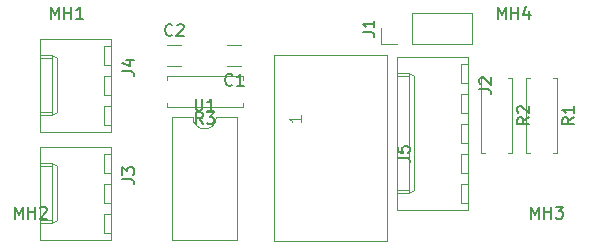
<source format=gbr>
G04 #@! TF.GenerationSoftware,KiCad,Pcbnew,(5.0.0)*
G04 #@! TF.CreationDate,2018-09-26T11:49:41+02:00*
G04 #@! TF.ProjectId,TinyADC,54696E794144432E6B696361645F7063,rev?*
G04 #@! TF.SameCoordinates,Original*
G04 #@! TF.FileFunction,Legend,Top*
G04 #@! TF.FilePolarity,Positive*
%FSLAX46Y46*%
G04 Gerber Fmt 4.6, Leading zero omitted, Abs format (unit mm)*
G04 Created by KiCad (PCBNEW (5.0.0)) date 09/26/18 11:49:41*
%MOMM*%
%LPD*%
G01*
G04 APERTURE LIST*
%ADD10C,0.120000*%
%ADD11C,0.150000*%
G04 APERTURE END LIST*
D10*
G04 #@! TO.C,J5*
X149326000Y-103382000D02*
X149326000Y-119122000D01*
X149326000Y-119122000D02*
X139726000Y-119122000D01*
X139726000Y-119122000D02*
X139726000Y-103382000D01*
X139726000Y-103382000D02*
X149326000Y-103382000D01*
G04 #@! TO.C,C1*
X136965000Y-104239000D02*
X135791000Y-104239000D01*
X136965000Y-102517000D02*
X135791000Y-102517000D01*
G04 #@! TO.C,C2*
X130711000Y-104239000D02*
X131885000Y-104239000D01*
X130711000Y-102517000D02*
X131885000Y-102517000D01*
G04 #@! TO.C,J2*
X156182000Y-103532000D02*
X150182000Y-103532000D01*
X150182000Y-103532000D02*
X150182000Y-116432000D01*
X150182000Y-116432000D02*
X156182000Y-116432000D01*
X156182000Y-116432000D02*
X156182000Y-103532000D01*
X150182000Y-104902000D02*
X151182000Y-104902000D01*
X151182000Y-104902000D02*
X151182000Y-115062000D01*
X151182000Y-115062000D02*
X150182000Y-115062000D01*
X151182000Y-104902000D02*
X151612000Y-105152000D01*
X151612000Y-105152000D02*
X151612000Y-114812000D01*
X151612000Y-114812000D02*
X151182000Y-115062000D01*
X150182000Y-105152000D02*
X151182000Y-105152000D01*
X150182000Y-114812000D02*
X151182000Y-114812000D01*
X156182000Y-104102000D02*
X155562000Y-104102000D01*
X155562000Y-104102000D02*
X155562000Y-105702000D01*
X155562000Y-105702000D02*
X156182000Y-105702000D01*
X156182000Y-106642000D02*
X155562000Y-106642000D01*
X155562000Y-106642000D02*
X155562000Y-108242000D01*
X155562000Y-108242000D02*
X156182000Y-108242000D01*
X156182000Y-109182000D02*
X155562000Y-109182000D01*
X155562000Y-109182000D02*
X155562000Y-110782000D01*
X155562000Y-110782000D02*
X156182000Y-110782000D01*
X156182000Y-111722000D02*
X155562000Y-111722000D01*
X155562000Y-111722000D02*
X155562000Y-113322000D01*
X155562000Y-113322000D02*
X156182000Y-113322000D01*
X156182000Y-114262000D02*
X155562000Y-114262000D01*
X155562000Y-114262000D02*
X155562000Y-115862000D01*
X155562000Y-115862000D02*
X156182000Y-115862000D01*
G04 #@! TO.C,J3*
X125956000Y-111152000D02*
X119956000Y-111152000D01*
X119956000Y-111152000D02*
X119956000Y-118972000D01*
X119956000Y-118972000D02*
X125956000Y-118972000D01*
X125956000Y-118972000D02*
X125956000Y-111152000D01*
X119956000Y-112522000D02*
X120956000Y-112522000D01*
X120956000Y-112522000D02*
X120956000Y-117602000D01*
X120956000Y-117602000D02*
X119956000Y-117602000D01*
X120956000Y-112522000D02*
X121386000Y-112772000D01*
X121386000Y-112772000D02*
X121386000Y-117352000D01*
X121386000Y-117352000D02*
X120956000Y-117602000D01*
X119956000Y-112772000D02*
X120956000Y-112772000D01*
X119956000Y-117352000D02*
X120956000Y-117352000D01*
X125956000Y-111722000D02*
X125336000Y-111722000D01*
X125336000Y-111722000D02*
X125336000Y-113322000D01*
X125336000Y-113322000D02*
X125956000Y-113322000D01*
X125956000Y-114262000D02*
X125336000Y-114262000D01*
X125336000Y-114262000D02*
X125336000Y-115862000D01*
X125336000Y-115862000D02*
X125956000Y-115862000D01*
X125956000Y-116802000D02*
X125336000Y-116802000D01*
X125336000Y-116802000D02*
X125336000Y-118402000D01*
X125336000Y-118402000D02*
X125956000Y-118402000D01*
G04 #@! TO.C,J4*
X125336000Y-109258000D02*
X125956000Y-109258000D01*
X125336000Y-107658000D02*
X125336000Y-109258000D01*
X125956000Y-107658000D02*
X125336000Y-107658000D01*
X125336000Y-106718000D02*
X125956000Y-106718000D01*
X125336000Y-105118000D02*
X125336000Y-106718000D01*
X125956000Y-105118000D02*
X125336000Y-105118000D01*
X125336000Y-104178000D02*
X125956000Y-104178000D01*
X125336000Y-102578000D02*
X125336000Y-104178000D01*
X125956000Y-102578000D02*
X125336000Y-102578000D01*
X119956000Y-108208000D02*
X120956000Y-108208000D01*
X119956000Y-103628000D02*
X120956000Y-103628000D01*
X121386000Y-108208000D02*
X120956000Y-108458000D01*
X121386000Y-103628000D02*
X121386000Y-108208000D01*
X120956000Y-103378000D02*
X121386000Y-103628000D01*
X120956000Y-108458000D02*
X119956000Y-108458000D01*
X120956000Y-103378000D02*
X120956000Y-108458000D01*
X119956000Y-103378000D02*
X120956000Y-103378000D01*
X125956000Y-109828000D02*
X125956000Y-102008000D01*
X119956000Y-109828000D02*
X125956000Y-109828000D01*
X119956000Y-102008000D02*
X119956000Y-109828000D01*
X125956000Y-102008000D02*
X119956000Y-102008000D01*
G04 #@! TO.C,R1*
X161056672Y-111668000D02*
X161386672Y-111668000D01*
X161056672Y-105248000D02*
X161056672Y-111668000D01*
X161386672Y-105248000D02*
X161056672Y-105248000D01*
X163676672Y-111668000D02*
X163346672Y-111668000D01*
X163676672Y-105248000D02*
X163676672Y-111668000D01*
X163346672Y-105248000D02*
X163676672Y-105248000D01*
G04 #@! TO.C,R2*
X159536672Y-105248000D02*
X159866672Y-105248000D01*
X159866672Y-105248000D02*
X159866672Y-111668000D01*
X159866672Y-111668000D02*
X159536672Y-111668000D01*
X157576672Y-105248000D02*
X157246672Y-105248000D01*
X157246672Y-105248000D02*
X157246672Y-111668000D01*
X157246672Y-111668000D02*
X157576672Y-111668000D01*
G04 #@! TO.C,R3*
X137068000Y-107406000D02*
X137068000Y-107736000D01*
X137068000Y-107736000D02*
X130648000Y-107736000D01*
X130648000Y-107736000D02*
X130648000Y-107406000D01*
X137068000Y-105446000D02*
X137068000Y-105116000D01*
X137068000Y-105116000D02*
X130648000Y-105116000D01*
X130648000Y-105116000D02*
X130648000Y-105446000D01*
G04 #@! TO.C,U1*
X132858000Y-108592000D02*
X131088000Y-108592000D01*
X131088000Y-108592000D02*
X131088000Y-118992000D01*
X131088000Y-118992000D02*
X136628000Y-118992000D01*
X136628000Y-118992000D02*
X136628000Y-108592000D01*
X136628000Y-108592000D02*
X134858000Y-108592000D01*
X134858000Y-108592000D02*
G75*
G02X132858000Y-108592000I-1000000J0D01*
G01*
G04 #@! TO.C,J1*
X156524000Y-102422000D02*
X156524000Y-99762000D01*
X151384000Y-102422000D02*
X156524000Y-102422000D01*
X151384000Y-99762000D02*
X156524000Y-99762000D01*
X151384000Y-102422000D02*
X151384000Y-99762000D01*
X150114000Y-102422000D02*
X148784000Y-102422000D01*
X148784000Y-102422000D02*
X148784000Y-101092000D01*
G04 #@! TO.C,J5*
D11*
X150208380Y-112045333D02*
X150922666Y-112045333D01*
X151065523Y-112092952D01*
X151160761Y-112188190D01*
X151208380Y-112331047D01*
X151208380Y-112426285D01*
X150208380Y-111092952D02*
X150208380Y-111569142D01*
X150684571Y-111616761D01*
X150636952Y-111569142D01*
X150589333Y-111473904D01*
X150589333Y-111235809D01*
X150636952Y-111140571D01*
X150684571Y-111092952D01*
X150779809Y-111045333D01*
X151017904Y-111045333D01*
X151113142Y-111092952D01*
X151160761Y-111140571D01*
X151208380Y-111235809D01*
X151208380Y-111473904D01*
X151160761Y-111569142D01*
X151113142Y-111616761D01*
D10*
X141988380Y-108446285D02*
X141988380Y-109017714D01*
X141988380Y-108732000D02*
X140988380Y-108732000D01*
X141131238Y-108827238D01*
X141226476Y-108922476D01*
X141274095Y-109017714D01*
G04 #@! TO.C,C1*
D11*
X136211333Y-105845142D02*
X136163714Y-105892761D01*
X136020857Y-105940380D01*
X135925619Y-105940380D01*
X135782761Y-105892761D01*
X135687523Y-105797523D01*
X135639904Y-105702285D01*
X135592285Y-105511809D01*
X135592285Y-105368952D01*
X135639904Y-105178476D01*
X135687523Y-105083238D01*
X135782761Y-104988000D01*
X135925619Y-104940380D01*
X136020857Y-104940380D01*
X136163714Y-104988000D01*
X136211333Y-105035619D01*
X137163714Y-105940380D02*
X136592285Y-105940380D01*
X136878000Y-105940380D02*
X136878000Y-104940380D01*
X136782761Y-105083238D01*
X136687523Y-105178476D01*
X136592285Y-105226095D01*
G04 #@! TO.C,C2*
X131131333Y-101625142D02*
X131083714Y-101672761D01*
X130940857Y-101720380D01*
X130845619Y-101720380D01*
X130702761Y-101672761D01*
X130607523Y-101577523D01*
X130559904Y-101482285D01*
X130512285Y-101291809D01*
X130512285Y-101148952D01*
X130559904Y-100958476D01*
X130607523Y-100863238D01*
X130702761Y-100768000D01*
X130845619Y-100720380D01*
X130940857Y-100720380D01*
X131083714Y-100768000D01*
X131131333Y-100815619D01*
X131512285Y-100815619D02*
X131559904Y-100768000D01*
X131655142Y-100720380D01*
X131893238Y-100720380D01*
X131988476Y-100768000D01*
X132036095Y-100815619D01*
X132083714Y-100910857D01*
X132083714Y-101006095D01*
X132036095Y-101148952D01*
X131464666Y-101720380D01*
X132083714Y-101720380D01*
G04 #@! TO.C,J2*
X157114380Y-106235333D02*
X157828666Y-106235333D01*
X157971523Y-106282952D01*
X158066761Y-106378190D01*
X158114380Y-106521047D01*
X158114380Y-106616285D01*
X157209619Y-105806761D02*
X157162000Y-105759142D01*
X157114380Y-105663904D01*
X157114380Y-105425809D01*
X157162000Y-105330571D01*
X157209619Y-105282952D01*
X157304857Y-105235333D01*
X157400095Y-105235333D01*
X157542952Y-105282952D01*
X158114380Y-105854380D01*
X158114380Y-105235333D01*
G04 #@! TO.C,J3*
X126888380Y-113855333D02*
X127602666Y-113855333D01*
X127745523Y-113902952D01*
X127840761Y-113998190D01*
X127888380Y-114141047D01*
X127888380Y-114236285D01*
X126888380Y-113474380D02*
X126888380Y-112855333D01*
X127269333Y-113188666D01*
X127269333Y-113045809D01*
X127316952Y-112950571D01*
X127364571Y-112902952D01*
X127459809Y-112855333D01*
X127697904Y-112855333D01*
X127793142Y-112902952D01*
X127840761Y-112950571D01*
X127888380Y-113045809D01*
X127888380Y-113331523D01*
X127840761Y-113426761D01*
X127793142Y-113474380D01*
G04 #@! TO.C,J4*
X126888380Y-104711333D02*
X127602666Y-104711333D01*
X127745523Y-104758952D01*
X127840761Y-104854190D01*
X127888380Y-104997047D01*
X127888380Y-105092285D01*
X127221714Y-103806571D02*
X127888380Y-103806571D01*
X126840761Y-104044666D02*
X127555047Y-104282761D01*
X127555047Y-103663714D01*
G04 #@! TO.C,R1*
X165129052Y-108624666D02*
X164652862Y-108958000D01*
X165129052Y-109196095D02*
X164129052Y-109196095D01*
X164129052Y-108815142D01*
X164176672Y-108719904D01*
X164224291Y-108672285D01*
X164319529Y-108624666D01*
X164462386Y-108624666D01*
X164557624Y-108672285D01*
X164605243Y-108719904D01*
X164652862Y-108815142D01*
X164652862Y-109196095D01*
X165129052Y-107672285D02*
X165129052Y-108243714D01*
X165129052Y-107958000D02*
X164129052Y-107958000D01*
X164271910Y-108053238D01*
X164367148Y-108148476D01*
X164414767Y-108243714D01*
G04 #@! TO.C,R2*
X161319052Y-108624666D02*
X160842862Y-108958000D01*
X161319052Y-109196095D02*
X160319052Y-109196095D01*
X160319052Y-108815142D01*
X160366672Y-108719904D01*
X160414291Y-108672285D01*
X160509529Y-108624666D01*
X160652386Y-108624666D01*
X160747624Y-108672285D01*
X160795243Y-108719904D01*
X160842862Y-108815142D01*
X160842862Y-109196095D01*
X160414291Y-108243714D02*
X160366672Y-108196095D01*
X160319052Y-108100857D01*
X160319052Y-107862761D01*
X160366672Y-107767523D01*
X160414291Y-107719904D01*
X160509529Y-107672285D01*
X160604767Y-107672285D01*
X160747624Y-107719904D01*
X161319052Y-108291333D01*
X161319052Y-107672285D01*
G04 #@! TO.C,R3*
X133691333Y-109188380D02*
X133358000Y-108712190D01*
X133119904Y-109188380D02*
X133119904Y-108188380D01*
X133500857Y-108188380D01*
X133596095Y-108236000D01*
X133643714Y-108283619D01*
X133691333Y-108378857D01*
X133691333Y-108521714D01*
X133643714Y-108616952D01*
X133596095Y-108664571D01*
X133500857Y-108712190D01*
X133119904Y-108712190D01*
X134024666Y-108188380D02*
X134643714Y-108188380D01*
X134310380Y-108569333D01*
X134453238Y-108569333D01*
X134548476Y-108616952D01*
X134596095Y-108664571D01*
X134643714Y-108759809D01*
X134643714Y-108997904D01*
X134596095Y-109093142D01*
X134548476Y-109140761D01*
X134453238Y-109188380D01*
X134167523Y-109188380D01*
X134072285Y-109140761D01*
X134024666Y-109093142D01*
G04 #@! TO.C,U1*
X133096095Y-107044380D02*
X133096095Y-107853904D01*
X133143714Y-107949142D01*
X133191333Y-107996761D01*
X133286571Y-108044380D01*
X133477047Y-108044380D01*
X133572285Y-107996761D01*
X133619904Y-107949142D01*
X133667523Y-107853904D01*
X133667523Y-107044380D01*
X134667523Y-108044380D02*
X134096095Y-108044380D01*
X134381809Y-108044380D02*
X134381809Y-107044380D01*
X134286571Y-107187238D01*
X134191333Y-107282476D01*
X134096095Y-107330095D01*
G04 #@! TO.C,J1*
X147236380Y-101425333D02*
X147950666Y-101425333D01*
X148093523Y-101472952D01*
X148188761Y-101568190D01*
X148236380Y-101711047D01*
X148236380Y-101806285D01*
X148236380Y-100425333D02*
X148236380Y-100996761D01*
X148236380Y-100711047D02*
X147236380Y-100711047D01*
X147379238Y-100806285D01*
X147474476Y-100901523D01*
X147522095Y-100996761D01*
G04 #@! TO.C,MH1*
X120840666Y-100274380D02*
X120840666Y-99274380D01*
X121174000Y-99988666D01*
X121507333Y-99274380D01*
X121507333Y-100274380D01*
X121983523Y-100274380D02*
X121983523Y-99274380D01*
X121983523Y-99750571D02*
X122554952Y-99750571D01*
X122554952Y-100274380D02*
X122554952Y-99274380D01*
X123554952Y-100274380D02*
X122983523Y-100274380D01*
X123269238Y-100274380D02*
X123269238Y-99274380D01*
X123174000Y-99417238D01*
X123078761Y-99512476D01*
X122983523Y-99560095D01*
G04 #@! TO.C,MH2*
X117792666Y-117186380D02*
X117792666Y-116186380D01*
X118126000Y-116900666D01*
X118459333Y-116186380D01*
X118459333Y-117186380D01*
X118935523Y-117186380D02*
X118935523Y-116186380D01*
X118935523Y-116662571D02*
X119506952Y-116662571D01*
X119506952Y-117186380D02*
X119506952Y-116186380D01*
X119935523Y-116281619D02*
X119983142Y-116234000D01*
X120078380Y-116186380D01*
X120316476Y-116186380D01*
X120411714Y-116234000D01*
X120459333Y-116281619D01*
X120506952Y-116376857D01*
X120506952Y-116472095D01*
X120459333Y-116614952D01*
X119887904Y-117186380D01*
X120506952Y-117186380D01*
G04 #@! TO.C,MH3*
X161480666Y-117186380D02*
X161480666Y-116186380D01*
X161814000Y-116900666D01*
X162147333Y-116186380D01*
X162147333Y-117186380D01*
X162623523Y-117186380D02*
X162623523Y-116186380D01*
X162623523Y-116662571D02*
X163194952Y-116662571D01*
X163194952Y-117186380D02*
X163194952Y-116186380D01*
X163575904Y-116186380D02*
X164194952Y-116186380D01*
X163861619Y-116567333D01*
X164004476Y-116567333D01*
X164099714Y-116614952D01*
X164147333Y-116662571D01*
X164194952Y-116757809D01*
X164194952Y-116995904D01*
X164147333Y-117091142D01*
X164099714Y-117138761D01*
X164004476Y-117186380D01*
X163718761Y-117186380D01*
X163623523Y-117138761D01*
X163575904Y-117091142D01*
G04 #@! TO.C,MH4*
X158686666Y-100274380D02*
X158686666Y-99274380D01*
X159020000Y-99988666D01*
X159353333Y-99274380D01*
X159353333Y-100274380D01*
X159829523Y-100274380D02*
X159829523Y-99274380D01*
X159829523Y-99750571D02*
X160400952Y-99750571D01*
X160400952Y-100274380D02*
X160400952Y-99274380D01*
X161305714Y-99607714D02*
X161305714Y-100274380D01*
X161067619Y-99226761D02*
X160829523Y-99941047D01*
X161448571Y-99941047D01*
G04 #@! TD*
M02*

</source>
